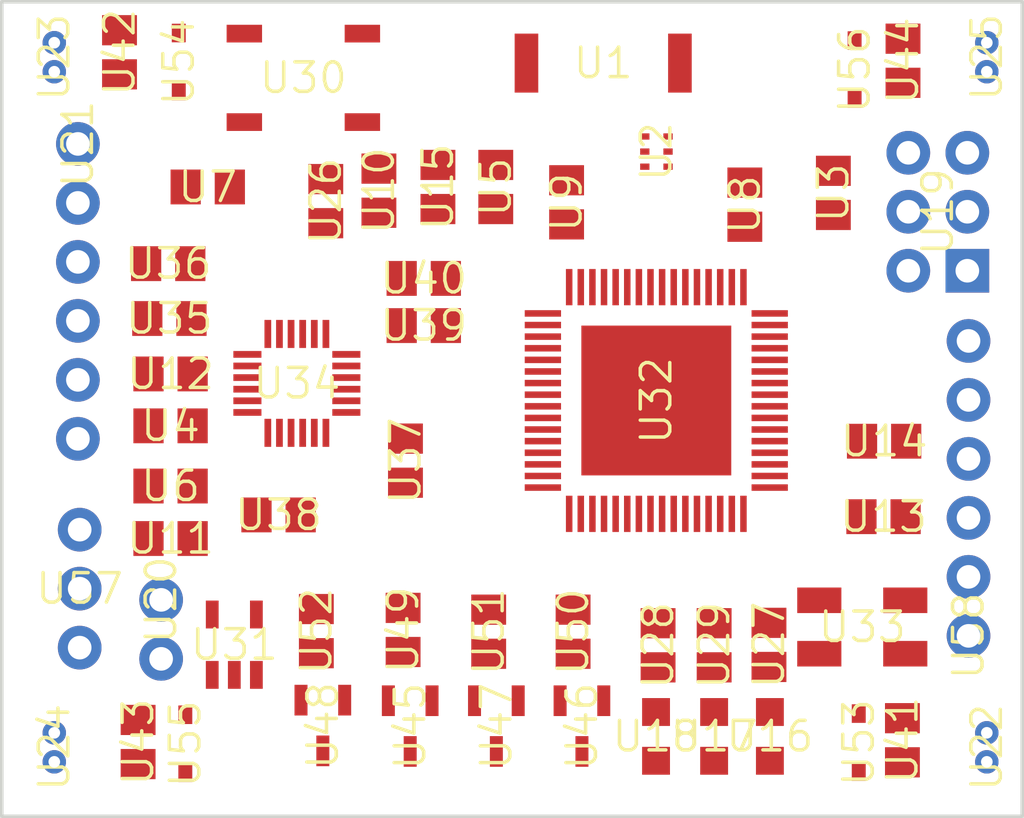
<source format=kicad_pcb>
(kicad_pcb (version 20241229) (generator "pcbnew") (generator_version "9.0")
  (layers (0 "F.Cu" signal "Top") (4 "In1.Cu" signal "Route2") (6 "In2.Cu" signal "Route3") (8 "In3.Cu" signal "Route4") (10 "In4.Cu" signal "Route5") (12 "In5.Cu" signal "Route6") (14 "In6.Cu" signal "Route7") (16 "In7.Cu" signal "Route8") (18 "In8.Cu" signal "Route9") (20 "In9.Cu" signal "Route10") (22 "In10.Cu" signal "Route11") (24 "In11.Cu" signal "Route12") (26 "In12.Cu" signal "Route13") (28 "In13.Cu" signal "Route14") (30 "In14.Cu" signal "Route15") (2 "B.Cu" signal "Bottom") (13 "F.Paste" user) (15 "B.Paste" user) (5 "F.SilkS" user "F.Silkscreen") (7 "B.SilkS" user "B.Silkscreen") (1 "F.Mask" user) (3 "B.Mask" user) (25 "Edge.Cuts" user))
  (net 0 "")
  (net 1 "GND")
  (net 2 "3.3V")
  (net 3 "Net-(U1-Pad64)")
  (net 4 "Net-(U1-Pad63)")
  (net 5 "Net-(U1-Pad62)")
  (net 6 "Net-(C1-Pad1)")
  (net 7 "Net-(C5-Pad1)")
  (net 8 "Net-(C6-Pad1)")
  (net 9 "Net-(U1-Pad53)")
  (net 10 "Net-(U1-Pad52)")
  (net 11 "Net-(U1-Pad51)")
  (net 12 "/PE4")
  (net 13 "/PE3")
  (net 14 "Net-(U1-Pad48)")
  (net 15 "/TX0")
  (net 16 "/RX0")
  (net 17 "/PB7")
  (net 18 "/PB6")
  (net 19 "/PB5")
  (net 20 "/PB4")
  (net 21 "/MISO")
  (net 22 "/MOSI")
  (net 23 "/SCK")
  (net 24 "Net-(U1-Pad36)")
  (net 25 "Net-(U1-Pad32)")
  (net 26 "Net-(U1-Pad31)")
  (net 27 "Net-(U1-Pad30)")
  (net 28 "Net-(U1-Pad29)")
  (net 29 "/TX1")
  (net 30 "/RX1")
  (net 31 "/SDA")
  (net 32 "/SCL")
  (net 33 "Net-(C2-Pad1)")
  (net 34 "Net-(U1-Pad19)")
  (net 35 "Net-(U1-Pad18)")
  (net 36 "Net-(U1-Pad17)")
  (net 37 "Net-(U1-Pad16)")
  (net 38 "Net-(U1-Pad15)")
  (net 39 "Net-(U1-Pad14)")
  (net 40 "Net-(U1-Pad13)")
  (net 41 "/RESET")
  (net 42 "Net-(C17-Pad2)")
  (net 43 "Net-(C16-Pad1)")
  (net 44 "Net-(U1-Pad6)")
  (net 45 "Net-(U1-Pad5)")
  (net 46 "Net-(U1-Pad4)")
  (net 47 "Net-(U1-Pad3)")
  (net 48 "Net-(U1-Pad2)")
  (net 49 "Net-(U1-Pad1)")
  (net 50 "Net-(B1-Pad4)")
  (net 51 "Net-(B1-Pad3)")
  (net 52 "Net-(B1-Pad2)")
  (net 53 "/RFANT")
  (net 54 "Net-(J1-Pad2)")
  (net 55 "Net-(JP9-PadCTS)")
  (net 56 "Net-(C15-Pad1)")
  (net 57 "Net-(C7-Pad2)")
  (net 58 "/VBAT")
  (net 59 "Net-(C8-Pad2)")
  (net 60 "Net-(C13-Pad2)")
  (net 61 "Net-(C14-Pad2)")
  (net 62 "Net-(JP3-Pad2)")
  (net 63 "Net-(C12-Pad1)")
  (net 64 "Net-(R10-Pad1)")
  (net 65 "Net-(R3-Pad1)")
  (net 66 "Net-(U4-Pad14)")
  (net 67 "Net-(U4-Pad13)")
  (net 68 "Net-(U4-Pad12)")
  (net 69 "Net-(U4-Pad11)")
  (net 70 "Net-(U4-Pad10)")
  (net 71 "Net-(C25-Pad1)")
  (net 72 "Net-(C25-Pad2)")
  (net 73 "Net-(C26-Pad2)")
  (net 74 "Net-(U4-Pad1)")
  (net 75 "Net-(S2-Pad1)")
  (net 76 "Net-(JP2-PadCTS)")
  (net 77 "Net-(JP2-PadDTR)")
  (net 78 "Net-(BOT1-PadA)")
  (net 79 "Net-(ARM1-PadA)")
  (net 80 "Net-(PWR1-PadA)")
  (footprint "quadcopterJorge:ANTENNA-CHIP5" (layer "F.Cu") (at 152.4254 90.1065)
    (property "Reference" "U1" (at 0 0 0) (layer "F.SilkS") (effects (font (size 1.27 1.27))))
    (property "Value" "" (at 0 0 0) (layer "F.SilkS") (effects (font (size 1.27 1.27))))
    (pad "FEED" smd rect (at -3.302 0 180) (size 1.016 2.54) (layers "F.Cu" "F.Mask" "F.Paste") (net 53 "/RFANT"))
    (pad "NC" smd rect (at 3.302 0 180) (size 1.016 2.54) (layers "F.Cu" "F.Mask" "F.Paste"))
  )
  (footprint "quadcopterJorge:BALUN-0805" (layer "F.Cu") (at 154.7114 93.9165 -90)
    (property "Reference" "U2" (at 0 0 270) (layer "F.SilkS") (effects (font (size 1.27 1.27))))
    (property "Value" "" (at 0 0 270) (layer "F.SilkS") (effects (font (size 1.27 1.27))))
    (pad "1" smd rect (at -0.65 0.495 270) (size 0.27 0.4) (layers "F.Cu" "F.Mask" "F.Paste") (net 53 "/RFANT"))
    (pad "2" smd rect (at 0 0.495 270) (size 0.27 0.4) (layers "F.Cu" "F.Mask" "F.Paste") (net 52 "Net-(B1-Pad2)"))
    (pad "3" smd rect (at 0.65 0.495 270) (size 0.27 0.4) (layers "F.Cu" "F.Mask" "F.Paste") (net 51 "Net-(B1-Pad3)"))
    (pad "4" smd rect (at 0.65 -0.505 270) (size 0.27 0.4) (layers "F.Cu" "F.Mask" "F.Paste") (net 50 "Net-(B1-Pad4)"))
    (pad "5" smd rect (at 0 -0.505 270) (size 0.27 0.4) (layers "F.Cu" "F.Mask" "F.Paste") (net 1 "GND"))
    (pad "6" smd rect (at -0.65 -0.505 270) (size 0.27 0.4) (layers "F.Cu" "F.Mask" "F.Paste"))
  )
  (footprint "quadcopterJorge:C0805" (layer "F.Cu") (at 162.3314 95.6945 90)
    (property "Reference" "U3" (at 0 0 90) (layer "F.SilkS") (effects (font (size 1.27 1.27))))
    (property "Value" "" (at 0 0 90) (layer "F.SilkS") (effects (font (size 1.27 1.27))))
    (pad "1" smd rect (at -0.95 0 90) (size 1.3 1.5) (layers "F.Cu" "F.Mask" "F.Paste") (net 6 "Net-(C1-Pad1)"))
    (pad "2" smd rect (at 0.95 0 90) (size 1.3 1.5) (layers "F.Cu" "F.Mask" "F.Paste") (net 1 "GND"))
  )
  (footprint "quadcopterJorge:C0805" (layer "F.Cu") (at 133.8072 105.7275)
    (property "Reference" "U4" (at 0 0 0) (layer "F.SilkS") (effects (font (size 1.27 1.27))))
    (property "Value" "" (at 0 0 0) (layer "F.SilkS") (effects (font (size 1.27 1.27))))
    (pad "1" smd rect (at -0.95 0) (size 1.3 1.5) (layers "F.Cu" "F.Mask" "F.Paste") (net 2 "3.3V"))
    (pad "2" smd rect (at 0.95 0) (size 1.3 1.5) (layers "F.Cu" "F.Mask" "F.Paste") (net 1 "GND"))
  )
  (footprint "quadcopterJorge:C0805" (layer "F.Cu") (at 147.8026 95.4405 -90)
    (property "Reference" "U5" (at 0 0 270) (layer "F.SilkS") (effects (font (size 1.27 1.27))))
    (property "Value" "" (at 0 0 270) (layer "F.SilkS") (effects (font (size 1.27 1.27))))
    (pad "1" smd rect (at -0.95 0 270) (size 1.3 1.5) (layers "F.Cu" "F.Mask" "F.Paste") (net 52 "Net-(B1-Pad2)"))
    (pad "2" smd rect (at 0.95 0 270) (size 1.3 1.5) (layers "F.Cu" "F.Mask" "F.Paste") (net 1 "GND"))
  )
  (footprint "quadcopterJorge:C0805" (layer "F.Cu") (at 133.8072 108.3183)
    (property "Reference" "U6" (at 0 0 0) (layer "F.SilkS") (effects (font (size 1.27 1.27))))
    (property "Value" "" (at 0 0 0) (layer "F.SilkS") (effects (font (size 1.27 1.27))))
    (pad "1" smd rect (at -0.95 0) (size 1.3 1.5) (layers "F.Cu" "F.Mask" "F.Paste") (net 63 "Net-(C12-Pad1)"))
    (pad "2" smd rect (at 0.95 0) (size 1.3 1.5) (layers "F.Cu" "F.Mask" "F.Paste") (net 1 "GND"))
  )
  (footprint "quadcopterJorge:C0805" (layer "F.Cu") (at 135.4074 95.4405)
    (property "Reference" "U7" (at 0 0 0) (layer "F.SilkS") (effects (font (size 1.27 1.27))))
    (property "Value" "" (at 0 0 0) (layer "F.SilkS") (effects (font (size 1.27 1.27))))
    (pad "1" smd rect (at -0.95 0) (size 1.3 1.5) (layers "F.Cu" "F.Mask" "F.Paste") (net 56 "Net-(C15-Pad1)"))
    (pad "2" smd rect (at 0.95 0) (size 1.3 1.5) (layers "F.Cu" "F.Mask" "F.Paste") (net 41 "/RESET"))
  )
  (footprint "quadcopterJorge:C0805" (layer "F.Cu") (at 158.5214 96.2025 90)
    (property "Reference" "U8" (at 0 0 90) (layer "F.SilkS") (effects (font (size 1.27 1.27))))
    (property "Value" "" (at 0 0 90) (layer "F.SilkS") (effects (font (size 1.27 1.27))))
    (pad "1" smd rect (at -0.95 0 90) (size 1.3 1.5) (layers "F.Cu" "F.Mask" "F.Paste") (net 43 "Net-(C16-Pad1)"))
    (pad "2" smd rect (at 0.95 0 90) (size 1.3 1.5) (layers "F.Cu" "F.Mask" "F.Paste") (net 51 "Net-(B1-Pad3)"))
  )
  (footprint "quadcopterJorge:C0805" (layer "F.Cu") (at 150.8506 96.1009 -90)
    (property "Reference" "U9" (at 0 0 270) (layer "F.SilkS") (effects (font (size 1.27 1.27))))
    (property "Value" "" (at 0 0 270) (layer "F.SilkS") (effects (font (size 1.27 1.27))))
    (pad "1" smd rect (at -0.95 0 270) (size 1.3 1.5) (layers "F.Cu" "F.Mask" "F.Paste") (net 50 "Net-(B1-Pad4)"))
    (pad "2" smd rect (at 0.95 0 270) (size 1.3 1.5) (layers "F.Cu" "F.Mask" "F.Paste") (net 42 "Net-(C17-Pad2)"))
  )
  (footprint "quadcopterJorge:C0805" (layer "F.Cu") (at 142.7734 95.6 90)
    (property "Reference" "U10" (at 0 0 90) (layer "F.SilkS") (effects (font (size 1.27 1.27))))
    (property "Value" "" (at 0 0 90) (layer "F.SilkS") (effects (font (size 1.27 1.27))))
    (pad "1" smd rect (at -0.95 0 90) (size 1.3 1.5) (layers "F.Cu" "F.Mask" "F.Paste") (net 33 "Net-(C2-Pad1)"))
    (pad "2" smd rect (at 0.95 0 90) (size 1.3 1.5) (layers "F.Cu" "F.Mask" "F.Paste") (net 1 "GND"))
  )
  (footprint "quadcopterJorge:C0805" (layer "F.Cu") (at 133.8072 110.5789)
    (property "Reference" "U11" (at 0 0 0) (layer "F.SilkS") (effects (font (size 1.27 1.27))))
    (property "Value" "" (at 0 0 0) (layer "F.SilkS") (effects (font (size 1.27 1.27))))
    (pad "1" smd rect (at -0.95 0) (size 1.3 1.5) (layers "F.Cu" "F.Mask" "F.Paste") (net 58 "/VBAT"))
    (pad "2" smd rect (at 0.95 0) (size 1.3 1.5) (layers "F.Cu" "F.Mask" "F.Paste") (net 1 "GND"))
  )
  (footprint "quadcopterJorge:C0805" (layer "F.Cu") (at 133.8072 103.4923)
    (property "Reference" "U12" (at 0 0 0) (layer "F.SilkS") (effects (font (size 1.27 1.27))))
    (property "Value" "" (at 0 0 0) (layer "F.SilkS") (effects (font (size 1.27 1.27))))
    (pad "1" smd rect (at -0.95 0) (size 1.3 1.5) (layers "F.Cu" "F.Mask" "F.Paste") (net 2 "3.3V"))
    (pad "2" smd rect (at 0.95 0) (size 1.3 1.5) (layers "F.Cu" "F.Mask" "F.Paste") (net 1 "GND"))
  )
  (footprint "quadcopterJorge:C0805" (layer "F.Cu") (at 164.4904 109.6391)
    (property "Reference" "U13" (at 0 0 0) (layer "F.SilkS") (effects (font (size 1.27 1.27))))
    (property "Value" "" (at 0 0 0) (layer "F.SilkS") (effects (font (size 1.27 1.27))))
    (pad "1" smd rect (at -0.95 0) (size 1.3 1.5) (layers "F.Cu" "F.Mask" "F.Paste") (net 7 "Net-(C5-Pad1)"))
    (pad "2" smd rect (at 0.95 0) (size 1.3 1.5) (layers "F.Cu" "F.Mask" "F.Paste") (net 1 "GND"))
  )
  (footprint "quadcopterJorge:C0805" (layer "F.Cu") (at 164.5158 106.3879)
    (property "Reference" "U14" (at 0 0 0) (layer "F.SilkS") (effects (font (size 1.27 1.27))))
    (property "Value" "" (at 0 0 0) (layer "F.SilkS") (effects (font (size 1.27 1.27))))
    (pad "1" smd rect (at -0.95 0) (size 1.3 1.5) (layers "F.Cu" "F.Mask" "F.Paste") (net 8 "Net-(C6-Pad1)"))
    (pad "2" smd rect (at 0.95 0) (size 1.3 1.5) (layers "F.Cu" "F.Mask" "F.Paste") (net 1 "GND"))
  )
  (footprint "quadcopterJorge:C0805" (layer "F.Cu") (at 145.3134 95.4405 90)
    (property "Reference" "U15" (at 0 0 90) (layer "F.SilkS") (effects (font (size 1.27 1.27))))
    (property "Value" "" (at 0 0 90) (layer "F.SilkS") (effects (font (size 1.27 1.27))))
    (pad "1" smd rect (at -0.95 0 90) (size 1.3 1.5) (layers "F.Cu" "F.Mask" "F.Paste") (net 1 "GND"))
    (pad "2" smd rect (at 0.95 0 90) (size 1.3 1.5) (layers "F.Cu" "F.Mask" "F.Paste") (net 53 "/RFANT"))
  )
  (footprint "quadcopterJorge:CHIP-LED0805" (layer "F.Cu") (at 159.6 119.1 180)
    (property "Reference" "U16" (at 0 0 180) (layer "F.SilkS") (effects (font (size 1.27 1.27))))
    (property "Value" "" (at 0 0 180) (layer "F.SilkS") (effects (font (size 1.27 1.27))))
    (pad "A" smd rect (at 0 1.05 180) (size 1.2 1.2) (layers "F.Cu" "F.Mask" "F.Paste") (net 80 "Net-(PWR1-PadA)"))
    (pad "C" smd rect (at 0 -1.05 180) (size 1.2 1.2) (layers "F.Cu" "F.Mask" "F.Paste") (net 1 "GND"))
  )
  (footprint "quadcopterJorge:CHIP-LED0805" (layer "F.Cu") (at 157.2 119.1 180)
    (property "Reference" "U17" (at 0 0 180) (layer "F.SilkS") (effects (font (size 1.27 1.27))))
    (property "Value" "" (at 0 0 180) (layer "F.SilkS") (effects (font (size 1.27 1.27))))
    (pad "A" smd rect (at 0 1.05 180) (size 1.2 1.2) (layers "F.Cu" "F.Mask" "F.Paste") (net 78 "Net-(BOT1-PadA)"))
    (pad "C" smd rect (at 0 -1.05 180) (size 1.2 1.2) (layers "F.Cu" "F.Mask" "F.Paste") (net 1 "GND"))
  )
  (footprint "quadcopterJorge:CHIP-LED0805" (layer "F.Cu") (at 154.7 119.1 180)
    (property "Reference" "U18" (at 0 0 180) (layer "F.SilkS") (effects (font (size 1.27 1.27))))
    (property "Value" "" (at 0 0 180) (layer "F.SilkS") (effects (font (size 1.27 1.27))))
    (pad "A" smd rect (at 0 1.05 180) (size 1.2 1.2) (layers "F.Cu" "F.Mask" "F.Paste") (net 79 "Net-(ARM1-PadA)"))
    (pad "C" smd rect (at 0 -1.05 180) (size 1.2 1.2) (layers "F.Cu" "F.Mask" "F.Paste") (net 1 "GND"))
  )
  (footprint "quadcopterJorge:2X3-NS" (layer "F.Cu") (at 166.8272 96.5073 90)
    (property "Reference" "U19" (at 0 0 90) (layer "F.SilkS") (effects (font (size 1.27 1.27))))
    (property "Value" "" (at 0 0 90) (layer "F.SilkS") (effects (font (size 1.27 1.27))))
    (pad "1" thru_hole rect (at -2.54 1.27 90) (size 1.8796 1.8796) (drill 1.016) (layers "*.Cu" "*.Mask") (net 21 "/MISO"))
    (pad "2" thru_hole circle (at -2.54 -1.27 90) (size 1.8796 1.8796) (drill 1.016) (layers "*.Cu" "*.Mask") (net 54 "Net-(J1-Pad2)"))
    (pad "3" thru_hole circle (at 0 1.27 90) (size 1.8796 1.8796) (drill 1.016) (layers "*.Cu" "*.Mask") (net 23 "/SCK"))
    (pad "4" thru_hole circle (at 0 -1.27 90) (size 1.8796 1.8796) (drill 1.016) (layers "*.Cu" "*.Mask") (net 22 "/MOSI"))
    (pad "5" thru_hole circle (at 2.54 1.27 90) (size 1.8796 1.8796) (drill 1.016) (layers "*.Cu" "*.Mask") (net 41 "/RESET"))
    (pad "6" thru_hole circle (at 2.54 -1.27 90) (size 1.8796 1.8796) (drill 1.016) (layers "*.Cu" "*.Mask") (net 1 "GND"))
  )
  (footprint "quadcopterJorge:1X02" (layer "F.Cu") (at 133.4008 113.2205 -90)
    (property "Reference" "U20" (at 0 0 270) (layer "F.SilkS") (effects (font (size 1.27 1.27))))
    (property "Value" "" (at 0 0 270) (layer "F.SilkS") (effects (font (size 1.27 1.27))))
    (pad "1" thru_hole circle (at 0 0) (size 1.8796 1.8796) (drill 1.016) (layers "*.Cu" "*.Mask") (net 1 "GND"))
    (pad "2" thru_hole circle (at 2.54 0) (size 1.8796 1.8796) (drill 1.016) (layers "*.Cu" "*.Mask") (net 62 "Net-(JP3-Pad2)"))
  )
  (footprint "quadcopterJorge:FTDI_BASIC" (layer "F.Cu") (at 129.8194 93.5863 -90)
    (property "Reference" "U21" (at 0 0 270) (layer "F.SilkS") (effects (font (size 1.27 1.27))))
    (property "Value" "" (at 0 0 270) (layer "F.SilkS") (effects (font (size 1.27 1.27))))
    (pad "CTS" thru_hole circle (at 10.16 0) (size 1.8796 1.8796) (drill 1.016) (layers "*.Cu" "*.Mask") (net 55 "Net-(JP9-PadCTS)"))
    (pad "DTR" thru_hole circle (at 0 0) (size 1.8796 1.8796) (drill 1.016) (layers "*.Cu" "*.Mask") (net 56 "Net-(C15-Pad1)"))
    (pad "GND" thru_hole circle (at 12.7 0) (size 1.8796 1.8796) (drill 1.016) (layers "*.Cu" "*.Mask") (net 1 "GND"))
    (pad "RXI" thru_hole circle (at 2.54 0) (size 1.8796 1.8796) (drill 1.016) (layers "*.Cu" "*.Mask") (net 15 "/TX0"))
    (pad "TXO" thru_hole circle (at 5.08 0) (size 1.8796 1.8796) (drill 1.016) (layers "*.Cu" "*.Mask") (net 16 "/RX0"))
    (pad "VCC" thru_hole circle (at 7.62 0) (size 1.8796 1.8796) (drill 1.016) (layers "*.Cu" "*.Mask") (net 2 "3.3V"))
  )
  (footprint "quadcopterJorge:653002114822" (layer "F.Cu") (at 168.9354 119.5705 -90)
    (property "Reference" "U22" (at 0 0 270) (layer "F.SilkS") (effects (font (size 1.27 1.27))))
    (property "Value" "" (at 0 0 270) (layer "F.SilkS") (effects (font (size 1.27 1.27))))
    (pad "1" thru_hole circle (at 0.625 0 270) (size 1.008 1.008) (drill 0.5) (layers "*.Cu" "*.Mask") (net 58 "/VBAT"))
    (pad "2" thru_hole circle (at -0.625 0 270) (size 1.008 1.008) (drill 0.5) (layers "*.Cu" "*.Mask") (net 57 "Net-(C7-Pad2)"))
  )
  (footprint "quadcopterJorge:653002114822" (layer "F.Cu") (at 128.8034 89.8525 -90)
    (property "Reference" "U23" (at 0 0 270) (layer "F.SilkS") (effects (font (size 1.27 1.27))))
    (property "Value" "" (at 0 0 270) (layer "F.SilkS") (effects (font (size 1.27 1.27))))
    (pad "1" thru_hole circle (at 0.625 0 270) (size 1.008 1.008) (drill 0.5) (layers "*.Cu" "*.Mask") (net 58 "/VBAT"))
    (pad "2" thru_hole circle (at -0.625 0 270) (size 1.008 1.008) (drill 0.5) (layers "*.Cu" "*.Mask") (net 59 "Net-(C8-Pad2)"))
  )
  (footprint "quadcopterJorge:653002114822" (layer "F.Cu") (at 128.8034 119.5705 90)
    (property "Reference" "U24" (at 0 0 90) (layer "F.SilkS") (effects (font (size 1.27 1.27))))
    (property "Value" "" (at 0 0 90) (layer "F.SilkS") (effects (font (size 1.27 1.27))))
    (pad "1" thru_hole circle (at 0.625 0 90) (size 1.008 1.008) (drill 0.5) (layers "*.Cu" "*.Mask") (net 58 "/VBAT"))
    (pad "2" thru_hole circle (at -0.625 0 90) (size 1.008 1.008) (drill 0.5) (layers "*.Cu" "*.Mask") (net 60 "Net-(C13-Pad2)"))
  )
  (footprint "quadcopterJorge:653002114822" (layer "F.Cu") (at 168.9354 89.8525 -90)
    (property "Reference" "U25" (at 0 0 270) (layer "F.SilkS") (effects (font (size 1.27 1.27))))
    (property "Value" "" (at 0 0 270) (layer "F.SilkS") (effects (font (size 1.27 1.27))))
    (pad "1" thru_hole circle (at 0.625 0 270) (size 1.008 1.008) (drill 0.5) (layers "*.Cu" "*.Mask") (net 58 "/VBAT"))
    (pad "2" thru_hole circle (at -0.625 0 270) (size 1.008 1.008) (drill 0.5) (layers "*.Cu" "*.Mask") (net 61 "Net-(C14-Pad2)"))
  )
  (footprint "quadcopterJorge:R0805" (layer "F.Cu") (at 140.4874 96.0501 -90)
    (property "Reference" "U26" (at 0 0 270) (layer "F.SilkS") (effects (font (size 1.27 1.27))))
    (property "Value" "" (at 0 0 270) (layer "F.SilkS") (effects (font (size 1.27 1.27))))
    (pad "1" smd rect (at -0.95 0 270) (size 1.3 1.5) (layers "F.Cu" "F.Mask" "F.Paste") (net 41 "/RESET"))
    (pad "2" smd rect (at 0.95 0 270) (size 1.3 1.5) (layers "F.Cu" "F.Mask" "F.Paste") (net 2 "3.3V"))
  )
  (footprint "quadcopterJorge:R0805" (layer "F.Cu") (at 159.56 115.16 90)
    (property "Reference" "U27" (at 0 0 90) (layer "F.SilkS") (effects (font (size 1.27 1.27))))
    (property "Value" "" (at 0 0 90) (layer "F.SilkS") (effects (font (size 1.27 1.27))))
    (pad "1" smd rect (at -0.95 0 90) (size 1.3 1.5) (layers "F.Cu" "F.Mask" "F.Paste") (net 80 "Net-(PWR1-PadA)"))
    (pad "2" smd rect (at 0.95 0 90) (size 1.3 1.5) (layers "F.Cu" "F.Mask" "F.Paste") (net 2 "3.3V"))
  )
  (footprint "quadcopterJorge:R0805" (layer "F.Cu") (at 154.7876 115.1763 90)
    (property "Reference" "U28" (at 0 0 90) (layer "F.SilkS") (effects (font (size 1.27 1.27))))
    (property "Value" "" (at 0 0 90) (layer "F.SilkS") (effects (font (size 1.27 1.27))))
    (pad "1" smd rect (at -0.95 0 90) (size 1.3 1.5) (layers "F.Cu" "F.Mask" "F.Paste") (net 79 "Net-(ARM1-PadA)"))
    (pad "2" smd rect (at 0.95 0 90) (size 1.3 1.5) (layers "F.Cu" "F.Mask" "F.Paste") (net 18 "/PB6"))
  )
  (footprint "quadcopterJorge:R0805" (layer "F.Cu") (at 157.2006 115.1763 90)
    (property "Reference" "U29" (at 0 0 90) (layer "F.SilkS") (effects (font (size 1.27 1.27))))
    (property "Value" "" (at 0 0 90) (layer "F.SilkS") (effects (font (size 1.27 1.27))))
    (pad "1" smd rect (at -0.95 0 90) (size 1.3 1.5) (layers "F.Cu" "F.Mask" "F.Paste") (net 78 "Net-(BOT1-PadA)"))
    (pad "2" smd rect (at 0.95 0 90) (size 1.3 1.5) (layers "F.Cu" "F.Mask" "F.Paste") (net 17 "/PB7"))
  )
  (footprint "quadcopterJorge:TACTILE_SWITCH_SMD" (layer "F.Cu") (at 139.5222 90.7415 180)
    (property "Reference" "U30" (at 0 0 180) (layer "F.SilkS") (effects (font (size 1.27 1.27))))
    (property "Value" "" (at 0 0 180) (layer "F.SilkS") (effects (font (size 1.27 1.27))))
    (pad "1" smd rect (at -2.54 -1.905 270) (size 0.762 1.524) (layers "F.Cu" "F.Mask" "F.Paste") (net 41 "/RESET"))
    (pad "2" smd rect (at 2.54 -1.905 270) (size 0.762 1.524) (layers "F.Cu" "F.Mask" "F.Paste"))
    (pad "3" smd rect (at -2.54 1.905 270) (size 0.762 1.524) (layers "F.Cu" "F.Mask" "F.Paste") (net 1 "GND"))
    (pad "4" smd rect (at 2.54 1.905 270) (size 0.762 1.524) (layers "F.Cu" "F.Mask" "F.Paste"))
  )
  (footprint "quadcopterJorge:SOT23-DBV" (layer "F.Cu") (at 136.5504 115.1509)
    (property "Reference" "U31" (at 0 0 0) (layer "F.SilkS") (effects (font (size 1.27 1.27))))
    (property "Value" "" (at 0 0 0) (layer "F.SilkS") (effects (font (size 1.27 1.27))))
    (pad "1" smd rect (at -0.95 1.3) (size 0.55 1.2) (layers "F.Cu" "F.Mask" "F.Paste") (net 58 "/VBAT"))
    (pad "2" smd rect (at 0 1.3) (size 0.55 1.2) (layers "F.Cu" "F.Mask" "F.Paste") (net 1 "GND"))
    (pad "3" smd rect (at 0.95 1.3) (size 0.55 1.2) (layers "F.Cu" "F.Mask" "F.Paste") (net 58 "/VBAT"))
    (pad "4" smd rect (at 0.95 -1.3) (size 0.55 1.2) (layers "F.Cu" "F.Mask" "F.Paste") (net 63 "Net-(C12-Pad1)"))
    (pad "5" smd rect (at -0.95 -1.3) (size 0.55 1.2) (layers "F.Cu" "F.Mask" "F.Paste") (net 2 "3.3V"))
  )
  (footprint "quadcopterJorge:QFN-64" (layer "F.Cu") (at 154.7114 104.6353 -90)
    (property "Reference" "U32" (at 0 0 270) (layer "F.SilkS") (effects (font (size 1.27 1.27))))
    (property "Value" "" (at 0 0 270) (layer "F.SilkS") (effects (font (size 1.27 1.27))))
    (pad "1" smd rect (at -4.881 -3.75 180) (size 0.28 1.562) (layers "F.Cu" "F.Mask" "F.Paste") (net 49 "Net-(U1-Pad1)"))
    (pad "2" smd rect (at -4.881 -3.25 180) (size 0.28 1.562) (layers "F.Cu" "F.Mask" "F.Paste") (net 48 "Net-(U1-Pad2)"))
    (pad "3" smd rect (at -4.881 -2.75 180) (size 0.28 1.562) (layers "F.Cu" "F.Mask" "F.Paste") (net 47 "Net-(U1-Pad3)"))
    (pad "4" smd rect (at -4.881 -2.25 180) (size 0.28 1.562) (layers "F.Cu" "F.Mask" "F.Paste") (net 46 "Net-(U1-Pad4)"))
    (pad "5" smd rect (at -4.881 -1.75 180) (size 0.28 1.562) (layers "F.Cu" "F.Mask" "F.Paste") (net 45 "Net-(U1-Pad5)"))
    (pad "6" smd rect (at -4.881 -1.25 180) (size 0.28 1.562) (layers "F.Cu" "F.Mask" "F.Paste") (net 44 "Net-(U1-Pad6)"))
    (pad "7" smd rect (at -4.881 -0.75 180) (size 0.28 1.562) (layers "F.Cu" "F.Mask" "F.Paste") (net 1 "GND"))
    (pad "8" smd rect (at -4.881 -0.25 180) (size 0.28 1.562) (layers "F.Cu" "F.Mask" "F.Paste") (net 43 "Net-(C16-Pad1)"))
    (pad "9" smd rect (at -4.881 0.25 180) (size 0.28 1.562) (layers "F.Cu" "F.Mask" "F.Paste") (net 42 "Net-(C17-Pad2)"))
    (pad "10" smd rect (at -4.881 0.75 180) (size 0.28 1.562) (layers "F.Cu" "F.Mask" "F.Paste") (net 1 "GND"))
    (pad "11" smd rect (at -4.881 1.25 180) (size 0.28 1.562) (layers "F.Cu" "F.Mask" "F.Paste") (net 1 "GND"))
    (pad "12" smd rect (at -4.881 1.75 180) (size 0.28 1.562) (layers "F.Cu" "F.Mask" "F.Paste") (net 41 "/RESET"))
    (pad "13" smd rect (at -4.881 2.25 180) (size 0.28 1.562) (layers "F.Cu" "F.Mask" "F.Paste") (net 40 "Net-(U1-Pad13)"))
    (pad "14" smd rect (at -4.881 2.75 180) (size 0.28 1.562) (layers "F.Cu" "F.Mask" "F.Paste") (net 39 "Net-(U1-Pad14)"))
    (pad "15" smd rect (at -4.881 3.25) (size 0.28 1.562) (layers "F.Cu" "F.Mask" "F.Paste") (net 38 "Net-(U1-Pad15)"))
    (pad "16" smd rect (at -4.881 3.75) (size 0.28 1.562) (layers "F.Cu" "F.Mask" "F.Paste") (net 37 "Net-(U1-Pad16)"))
    (pad "17" smd rect (at -3.75 4.881 90) (size 0.28 1.562) (layers "F.Cu" "F.Mask" "F.Paste") (net 36 "Net-(U1-Pad17)"))
    (pad "18" smd rect (at -3.25 4.881 90) (size 0.28 1.562) (layers "F.Cu" "F.Mask" "F.Paste") (net 35 "Net-(U1-Pad18)"))
    (pad "19" smd rect (at -2.75 4.881 90) (size 0.28 1.562) (layers "F.Cu" "F.Mask" "F.Paste") (net 34 "Net-(U1-Pad19)"))
    (pad "20" smd rect (at -2.25 4.881 90) (size 0.28 1.562) (layers "F.Cu" "F.Mask" "F.Paste") (net 1 "GND"))
    (pad "21" smd rect (at -1.75 4.881 90) (size 0.28 1.562) (layers "F.Cu" "F.Mask" "F.Paste") (net 33 "Net-(C2-Pad1)"))
    (pad "22" smd rect (at -1.25 4.881 90) (size 0.28 1.562) (layers "F.Cu" "F.Mask" "F.Paste") (net 33 "Net-(C2-Pad1)"))
    (pad "23" smd rect (at -0.75 4.881 90) (size 0.28 1.562) (layers "F.Cu" "F.Mask" "F.Paste") (net 2 "3.3V"))
    (pad "24" smd rect (at -0.25 4.881 90) (size 0.28 1.562) (layers "F.Cu" "F.Mask" "F.Paste") (net 1 "GND"))
    (pad "25" smd rect (at 0.25 4.881 90) (size 0.28 1.562) (layers "F.Cu" "F.Mask" "F.Paste") (net 32 "/SCL"))
    (pad "26" smd rect (at 0.75 4.881 90) (size 0.28 1.562) (layers "F.Cu" "F.Mask" "F.Paste") (net 31 "/SDA"))
    (pad "27" smd rect (at 1.25 4.881 90) (size 0.28 1.562) (layers "F.Cu" "F.Mask" "F.Paste") (net 30 "/RX1"))
    (pad "28" smd rect (at 1.75 4.881 90) (size 0.28 1.562) (layers "F.Cu" "F.Mask" "F.Paste") (net 29 "/TX1"))
    (pad "29" smd rect (at 2.25 4.881 270) (size 0.28 1.562) (layers "F.Cu" "F.Mask" "F.Paste") (net 28 "Net-(U1-Pad29)"))
    (pad "30" smd rect (at 2.75 4.881 270) (size 0.28 1.562) (layers "F.Cu" "F.Mask" "F.Paste") (net 27 "Net-(U1-Pad30)"))
    (pad "31" smd rect (at 3.25 4.881 270) (size 0.28 1.562) (layers "F.Cu" "F.Mask" "F.Paste") (net 26 "Net-(U1-Pad31)"))
    (pad "32" smd rect (at 3.75 4.881 270) (size 0.28 1.562) (layers "F.Cu" "F.Mask" "F.Paste") (net 25 "Net-(U1-Pad32)"))
    (pad "33" smd rect (at 4.881 3.75) (size 0.28 1.562) (layers "F.Cu" "F.Mask" "F.Paste") (net 1 "GND"))
    (pad "34" smd rect (at 4.881 3.25) (size 0.28 1.562) (layers "F.Cu" "F.Mask" "F.Paste") (net 2 "3.3V"))
    (pad "35" smd rect (at 4.881 2.75) (size 0.28 1.562) (layers "F.Cu" "F.Mask" "F.Paste") (net 1 "GND"))
    (pad "36" smd rect (at 4.881 2.25) (size 0.28 1.562) (layers "F.Cu" "F.Mask" "F.Paste") (net 24 "Net-(U1-Pad36)"))
    (pad "37" smd rect (at 4.881 1.75) (size 0.28 1.562) (layers "F.Cu" "F.Mask" "F.Paste") (net 23 "/SCK"))
    (pad "38" smd rect (at 4.881 1.25) (size 0.28 1.562) (layers "F.Cu" "F.Mask" "F.Paste") (net 22 "/MOSI"))
    (pad "39" smd rect (at 4.881 0.75) (size 0.28 1.562) (layers "F.Cu" "F.Mask" "F.Paste") (net 21 "/MISO"))
    (pad "40" smd rect (at 4.881 0.25) (size 0.28 1.562) (layers "F.Cu" "F.Mask" "F.Paste") (net 20 "/PB4"))
    (pad "41" smd rect (at 4.881 -0.25) (size 0.28 1.562) (layers "F.Cu" "F.Mask" "F.Paste") (net 19 "/PB5"))
    (pad "42" smd rect (at 4.881 -0.75) (size 0.28 1.562) (layers "F.Cu" "F.Mask" "F.Paste") (net 18 "/PB6"))
    (pad "43" smd rect (at 4.881 -1.25) (size 0.28 1.562) (layers "F.Cu" "F.Mask" "F.Paste") (net 17 "/PB7"))
    (pad "44" smd rect (at 4.881 -1.75) (size 0.28 1.562) (layers "F.Cu" "F.Mask" "F.Paste") (net 2 "3.3V"))
    (pad "45" smd rect (at 4.881 -2.25) (size 0.28 1.562) (layers "F.Cu" "F.Mask" "F.Paste") (net 1 "GND"))
    (pad "46" smd rect (at 4.881 -2.75) (size 0.28 1.562) (layers "F.Cu" "F.Mask" "F.Paste") (net 16 "/RX0"))
    (pad "47" smd rect (at 4.881 -3.25) (size 0.28 1.562) (layers "F.Cu" "F.Mask" "F.Paste") (net 15 "/TX0"))
    (pad "48" smd rect (at 4.881 -3.75) (size 0.28 1.562) (layers "F.Cu" "F.Mask" "F.Paste") (net 14 "Net-(U1-Pad48)"))
    (pad "49" smd rect (at 3.75 -4.881 270) (size 0.28 1.562) (layers "F.Cu" "F.Mask" "F.Paste") (net 13 "/PE3"))
    (pad "50" smd rect (at 3.25 -4.881 270) (size 0.28 1.562) (layers "F.Cu" "F.Mask" "F.Paste") (net 12 "/PE4"))
    (pad "51" smd rect (at 2.75 -4.881 270) (size 0.28 1.562) (layers "F.Cu" "F.Mask" "F.Paste") (net 11 "Net-(U1-Pad51)"))
    (pad "52" smd rect (at 2.25 -4.881 270) (size 0.28 1.562) (layers "F.Cu" "F.Mask" "F.Paste") (net 10 "Net-(U1-Pad52)"))
    (pad "53" smd rect (at 1.75 -4.881 270) (size 0.28 1.562) (layers "F.Cu" "F.Mask" "F.Paste") (net 9 "Net-(U1-Pad53)"))
    (pad "54" smd rect (at 1.25 -4.881 270) (size 0.28 1.562) (layers "F.Cu" "F.Mask" "F.Paste") (net 2 "3.3V"))
    (pad "55" smd rect (at 0.75 -4.881 270) (size 0.28 1.562) (layers "F.Cu" "F.Mask" "F.Paste") (net 1 "GND"))
    (pad "56" smd rect (at 0.25 -4.881 270) (size 0.28 1.562) (layers "F.Cu" "F.Mask" "F.Paste") (net 8 "Net-(C6-Pad1)"))
    (pad "57" smd rect (at -0.25 -4.881 270) (size 0.28 1.562) (layers "F.Cu" "F.Mask" "F.Paste") (net 7 "Net-(C5-Pad1)"))
    (pad "58" smd rect (at -0.75 -4.881 270) (size 0.28 1.562) (layers "F.Cu" "F.Mask" "F.Paste") (net 1 "GND"))
    (pad "59" smd rect (at -1.25 -4.881 270) (size 0.28 1.562) (layers "F.Cu" "F.Mask" "F.Paste") (net 2 "3.3V"))
    (pad "60" smd rect (at -1.75 -4.881 270) (size 0.28 1.562) (layers "F.Cu" "F.Mask" "F.Paste") (net 6 "Net-(C1-Pad1)"))
    (pad "61" smd rect (at -2.25 -4.881 270) (size 0.28 1.562) (layers "F.Cu" "F.Mask" "F.Paste") (net 1 "GND"))
    (pad "62" smd rect (at -2.75 -4.881 270) (size 0.28 1.562) (layers "F.Cu" "F.Mask" "F.Paste") (net 5 "Net-(U1-Pad62)"))
    (pad "63" smd rect (at -3.25 -4.881 270) (size 0.28 1.562) (layers "F.Cu" "F.Mask" "F.Paste") (net 4 "Net-(U1-Pad63)"))
    (pad "64" smd rect (at -3.75 -4.881 270) (size 0.28 1.562) (layers "F.Cu" "F.Mask" "F.Paste") (net 3 "Net-(U1-Pad64)"))
    (pad "65" smd rect (at 0 0) (size 6.4516 6.4516) (layers "F.Cu" "F.Mask") (net 1 "GND"))
  )
  (footprint "quadcopterJorge:CRYSTAL-SMD-5X3" (layer "F.Cu") (at 163.576 114.3889)
    (property "Reference" "U33" (at 0 0 0) (layer "F.SilkS") (effects (font (size 1.27 1.27))))
    (property "Value" "" (at 0 0 0) (layer "F.SilkS") (effects (font (size 1.27 1.27))))
    (pad "1" smd rect (at -1.85 1.15) (size 1.9 1.1) (layers "F.Cu" "F.Mask" "F.Paste") (net 8 "Net-(C6-Pad1)"))
    (pad "2" smd rect (at 1.85 1.15) (size 1.9 1.1) (layers "F.Cu" "F.Mask" "F.Paste"))
    (pad "3" smd rect (at 1.85 -1.15) (size 1.9 1.1) (layers "F.Cu" "F.Mask" "F.Paste") (net 7 "Net-(C5-Pad1)"))
    (pad "4" smd rect (at -1.85 -1.15) (size 1.9 1.1) (layers "F.Cu" "F.Mask" "F.Paste"))
  )
  (footprint "quadcopterJorge:LGA-24" (layer "F.Cu") (at 139.2428 103.8987)
    (property "Reference" "U34" (at 0 0 0) (layer "F.SilkS") (effects (font (size 1.27 1.27))))
    (property "Value" "" (at 0 0 0) (layer "F.SilkS") (effects (font (size 1.27 1.27))))
    (pad "1" smd rect (at -2.129 -1.25 90) (size 0.29 1.208) (layers "F.Cu" "F.Mask" "F.Paste") (net 74 "Net-(U4-Pad1)"))
    (pad "2" smd rect (at -2.129 -0.75 90) (size 0.29 1.208) (layers "F.Cu" "F.Mask" "F.Paste") (net 1 "GND"))
    (pad "3" smd rect (at -2.129 -0.25 90) (size 0.29 1.208) (layers "F.Cu" "F.Mask" "F.Paste") (net 1 "GND"))
    (pad "4" smd rect (at -2.129 0.25 90) (size 0.29 1.208) (layers "F.Cu" "F.Mask" "F.Paste") (net 1 "GND"))
    (pad "5" smd rect (at -2.129 0.75 90) (size 0.29 1.208) (layers "F.Cu" "F.Mask" "F.Paste") (net 1 "GND"))
    (pad "6" smd rect (at -2.129 1.25 90) (size 0.29 1.208) (layers "F.Cu" "F.Mask" "F.Paste") (net 1 "GND"))
    (pad "7" smd rect (at -1.25 2.129 180) (size 0.29 1.208) (layers "F.Cu" "F.Mask" "F.Paste") (net 73 "Net-(C26-Pad2)"))
    (pad "8" smd rect (at -0.75 2.129 180) (size 0.29 1.208) (layers "F.Cu" "F.Mask" "F.Paste") (net 72 "Net-(C25-Pad2)"))
    (pad "9" smd rect (at -0.25 2.129 180) (size 0.29 1.208) (layers "F.Cu" "F.Mask" "F.Paste") (net 71 "Net-(C25-Pad1)"))
    (pad "10" smd rect (at 0.25 2.129 180) (size 0.29 1.208) (layers "F.Cu" "F.Mask" "F.Paste") (net 70 "Net-(U4-Pad10)"))
    (pad "11" smd rect (at 0.75 2.129 180) (size 0.29 1.208) (layers "F.Cu" "F.Mask" "F.Paste") (net 69 "Net-(U4-Pad11)"))
    (pad "12" smd rect (at 1.25 2.129 180) (size 0.29 1.208) (layers "F.Cu" "F.Mask" "F.Paste") (net 68 "Net-(U4-Pad12)"))
    (pad "13" smd rect (at 2.129 1.25 270) (size 0.29 1.208) (layers "F.Cu" "F.Mask" "F.Paste") (net 67 "Net-(U4-Pad13)"))
    (pad "14" smd rect (at 2.129 0.75 270) (size 0.29 1.208) (layers "F.Cu" "F.Mask" "F.Paste") (net 66 "Net-(U4-Pad14)"))
    (pad "15" smd rect (at 2.129 0.25 270) (size 0.29 1.208) (layers "F.Cu" "F.Mask" "F.Paste") (net 2 "3.3V"))
    (pad "16" smd rect (at 2.129 -0.25 270) (size 0.29 1.208) (layers "F.Cu" "F.Mask" "F.Paste") (net 2 "3.3V"))
    (pad "17" smd rect (at 2.129 -0.75 270) (size 0.29 1.208) (layers "F.Cu" "F.Mask" "F.Paste") (net 2 "3.3V"))
    (pad "18" smd rect (at 2.129 -1.25 270) (size 0.29 1.208) (layers "F.Cu" "F.Mask" "F.Paste") (net 2 "3.3V"))
    (pad "19" smd rect (at 1.25 -2.129) (size 0.29 1.208) (layers "F.Cu" "F.Mask" "F.Paste") (net 65 "Net-(R3-Pad1)"))
    (pad "20" smd rect (at 0.75 -2.129) (size 0.29 1.208) (layers "F.Cu" "F.Mask" "F.Paste") (net 64 "Net-(R10-Pad1)"))
    (pad "21" smd rect (at 0.25 -2.129) (size 0.29 1.208) (layers "F.Cu" "F.Mask" "F.Paste") (net 32 "/SCL"))
    (pad "22" smd rect (at -0.25 -2.129) (size 0.29 1.208) (layers "F.Cu" "F.Mask" "F.Paste") (net 1 "GND"))
    (pad "23" smd rect (at -0.75 -2.129) (size 0.29 1.208) (layers "F.Cu" "F.Mask" "F.Paste") (net 1 "GND"))
    (pad "24" smd rect (at -1.25 -2.129) (size 0.29 1.208) (layers "F.Cu" "F.Mask" "F.Paste") (net 31 "/SDA"))
  )
  (footprint "quadcopterJorge:C0805" (layer "F.Cu") (at 133.7564 101.1047)
    (property "Reference" "U35" (at 0 0 0) (layer "F.SilkS") (effects (font (size 1.27 1.27))))
    (property "Value" "" (at 0 0 0) (layer "F.SilkS") (effects (font (size 1.27 1.27))))
    (pad "1" smd rect (at -0.95 0) (size 1.3 1.5) (layers "F.Cu" "F.Mask" "F.Paste") (net 2 "3.3V"))
    (pad "2" smd rect (at 0.95 0) (size 1.3 1.5) (layers "F.Cu" "F.Mask" "F.Paste") (net 1 "GND"))
  )
  (footprint "quadcopterJorge:C0805" (layer "F.Cu") (at 133.7056 98.7425)
    (property "Reference" "U36" (at 0 0 0) (layer "F.SilkS") (effects (font (size 1.27 1.27))))
    (property "Value" "" (at 0 0 0) (layer "F.SilkS") (effects (font (size 1.27 1.27))))
    (pad "1" smd rect (at -0.95 0) (size 1.3 1.5) (layers "F.Cu" "F.Mask" "F.Paste") (net 2 "3.3V"))
    (pad "2" smd rect (at 0.95 0) (size 1.3 1.5) (layers "F.Cu" "F.Mask" "F.Paste") (net 1 "GND"))
  )
  (footprint "quadcopterJorge:C0805" (layer "F.Cu") (at 143.9164 107.2261 -90)
    (property "Reference" "U37" (at 0 0 270) (layer "F.SilkS") (effects (font (size 1.27 1.27))))
    (property "Value" "" (at 0 0 270) (layer "F.SilkS") (effects (font (size 1.27 1.27))))
    (pad "1" smd rect (at -0.95 0 270) (size 1.3 1.5) (layers "F.Cu" "F.Mask" "F.Paste") (net 71 "Net-(C25-Pad1)"))
    (pad "2" smd rect (at 0.95 0 270) (size 1.3 1.5) (layers "F.Cu" "F.Mask" "F.Paste") (net 72 "Net-(C25-Pad2)"))
  )
  (footprint "quadcopterJorge:C0805" (layer "F.Cu") (at 138.4554 109.5629)
    (property "Reference" "U38" (at 0 0 0) (layer "F.SilkS") (effects (font (size 1.27 1.27))))
    (property "Value" "" (at 0 0 0) (layer "F.SilkS") (effects (font (size 1.27 1.27))))
    (pad "1" smd rect (at -0.95 0) (size 1.3 1.5) (layers "F.Cu" "F.Mask" "F.Paste") (net 1 "GND"))
    (pad "2" smd rect (at 0.95 0) (size 1.3 1.5) (layers "F.Cu" "F.Mask" "F.Paste") (net 73 "Net-(C26-Pad2)"))
  )
  (footprint "quadcopterJorge:R0805" (layer "F.Cu") (at 144.7038 101.4095)
    (property "Reference" "U39" (at 0 0 0) (layer "F.SilkS") (effects (font (size 1.27 1.27))))
    (property "Value" "" (at 0 0 0) (layer "F.SilkS") (effects (font (size 1.27 1.27))))
    (pad "1" smd rect (at -0.95 0) (size 1.3 1.5) (layers "F.Cu" "F.Mask" "F.Paste") (net 65 "Net-(R3-Pad1)"))
    (pad "2" smd rect (at 0.95 0) (size 1.3 1.5) (layers "F.Cu" "F.Mask" "F.Paste") (net 2 "3.3V"))
  )
  (footprint "quadcopterJorge:R0805" (layer "F.Cu") (at 144.7038 99.3775)
    (property "Reference" "U40" (at 0 0 0) (layer "F.SilkS") (effects (font (size 1.27 1.27))))
    (property "Value" "" (at 0 0 0) (layer "F.SilkS") (effects (font (size 1.27 1.27))))
    (pad "1" smd rect (at -0.95 0) (size 1.3 1.5) (layers "F.Cu" "F.Mask" "F.Paste") (net 64 "Net-(R10-Pad1)"))
    (pad "2" smd rect (at 0.95 0) (size 1.3 1.5) (layers "F.Cu" "F.Mask" "F.Paste") (net 2 "3.3V"))
  )
  (footprint "quadcopterJorge:C0805" (layer "F.Cu") (at 165.3032 119.2657 90)
    (property "Reference" "U41" (at 0 0 90) (layer "F.SilkS") (effects (font (size 1.27 1.27))))
    (property "Value" "" (at 0 0 90) (layer "F.SilkS") (effects (font (size 1.27 1.27))))
    (pad "1" smd rect (at -0.95 0 90) (size 1.3 1.5) (layers "F.Cu" "F.Mask" "F.Paste") (net 58 "/VBAT"))
    (pad "2" smd rect (at 0.95 0 90) (size 1.3 1.5) (layers "F.Cu" "F.Mask" "F.Paste") (net 57 "Net-(C7-Pad2)"))
  )
  (footprint "quadcopterJorge:C0805" (layer "F.Cu") (at 131.61 89.64 90)
    (property "Reference" "U42" (at 0 0 90) (layer "F.SilkS") (effects (font (size 1.27 1.27))))
    (property "Value" "" (at 0 0 90) (layer "F.SilkS") (effects (font (size 1.27 1.27))))
    (pad "1" smd rect (at -0.95 0 90) (size 1.3 1.5) (layers "F.Cu" "F.Mask" "F.Paste") (net 58 "/VBAT"))
    (pad "2" smd rect (at 0.95 0 90) (size 1.3 1.5) (layers "F.Cu" "F.Mask" "F.Paste") (net 59 "Net-(C8-Pad2)"))
  )
  (footprint "quadcopterJorge:C0805" (layer "F.Cu") (at 132.4102 119.3419 -90)
    (property "Reference" "U43" (at 0 0 270) (layer "F.SilkS") (effects (font (size 1.27 1.27))))
    (property "Value" "" (at 0 0 270) (layer "F.SilkS") (effects (font (size 1.27 1.27))))
    (pad "1" smd rect (at -0.95 0 270) (size 1.3 1.5) (layers "F.Cu" "F.Mask" "F.Paste") (net 58 "/VBAT"))
    (pad "2" smd rect (at 0.95 0 270) (size 1.3 1.5) (layers "F.Cu" "F.Mask" "F.Paste") (net 60 "Net-(C13-Pad2)"))
  )
  (footprint "quadcopterJorge:C0805" (layer "F.Cu") (at 165.3286 90.0049 90)
    (property "Reference" "U44" (at 0 0 90) (layer "F.SilkS") (effects (font (size 1.27 1.27))))
    (property "Value" "" (at 0 0 90) (layer "F.SilkS") (effects (font (size 1.27 1.27))))
    (pad "1" smd rect (at -0.95 0 90) (size 1.3 1.5) (layers "F.Cu" "F.Mask" "F.Paste") (net 58 "/VBAT"))
    (pad "2" smd rect (at 0.95 0 90) (size 1.3 1.5) (layers "F.Cu" "F.Mask" "F.Paste") (net 61 "Net-(C14-Pad2)"))
  )
  (footprint "quadcopterJorge:CONTROLLER_SOT95P237X112-3N" (layer "F.Cu") (at 144.1196 118.6561 -90)
    (property "Reference" "U45" (at 0 0 270) (layer "F.SilkS") (effects (font (size 1.27 1.27))))
    (property "Value" "" (at 0 0 270) (layer "F.SilkS") (effects (font (size 1.27 1.27))))
    (pad "1" smd rect (at -1.0922 -0.9398 270) (size 1.3208 0.5588) (layers "F.Cu" "F.Mask" "F.Paste") (net 12 "/PE4"))
    (pad "2" smd rect (at -1.0922 0.9398 270) (size 1.3208 0.5588) (layers "F.Cu" "F.Mask" "F.Paste") (net 1 "GND"))
    (pad "3" smd rect (at 1.0922 0 270) (size 1.3208 0.5588) (layers "F.Cu" "F.Mask" "F.Paste") (net 60 "Net-(C13-Pad2)"))
  )
  (footprint "quadcopterJorge:CONTROLLER_SOT95P237X112-3N" (layer "F.Cu") (at 151.511 118.6561 -90)
    (property "Reference" "U46" (at 0 0 270) (layer "F.SilkS") (effects (font (size 1.27 1.27))))
    (property "Value" "" (at 0 0 270) (layer "F.SilkS") (effects (font (size 1.27 1.27))))
    (pad "1" smd rect (at -1.0922 -0.9398 270) (size 1.3208 0.5588) (layers "F.Cu" "F.Mask" "F.Paste") (net 19 "/PB5"))
    (pad "2" smd rect (at -1.0922 0.9398 270) (size 1.3208 0.5588) (layers "F.Cu" "F.Mask" "F.Paste") (net 1 "GND"))
    (pad "3" smd rect (at 1.0922 0 270) (size 1.3208 0.5588) (layers "F.Cu" "F.Mask" "F.Paste") (net 61 "Net-(C14-Pad2)"))
  )
  (footprint "quadcopterJorge:CONTROLLER_SOT95P237X112-3N" (layer "F.Cu") (at 147.828 118.6561 -90)
    (property "Reference" "U47" (at 0 0 270) (layer "F.SilkS") (effects (font (size 1.27 1.27))))
    (property "Value" "" (at 0 0 270) (layer "F.SilkS") (effects (font (size 1.27 1.27))))
    (pad "1" smd rect (at -1.0922 -0.9398 270) (size 1.3208 0.5588) (layers "F.Cu" "F.Mask" "F.Paste") (net 20 "/PB4"))
    (pad "2" smd rect (at -1.0922 0.9398 270) (size 1.3208 0.5588) (layers "F.Cu" "F.Mask" "F.Paste") (net 1 "GND"))
    (pad "3" smd rect (at 1.0922 0 270) (size 1.3208 0.5588) (layers "F.Cu" "F.Mask" "F.Paste") (net 57 "Net-(C7-Pad2)"))
  )
  (footprint "quadcopterJorge:CONTROLLER_SOT95P237X112-3N" (layer "F.Cu") (at 140.3604 118.6307 -90)
    (property "Reference" "U48" (at 0 0 270) (layer "F.SilkS") (effects (font (size 1.27 1.27))))
    (property "Value" "" (at 0 0 270) (layer "F.SilkS") (effects (font (size 1.27 1.27))))
    (pad "1" smd rect (at -1.0922 -0.9398 270) (size 1.3208 0.5588) (layers "F.Cu" "F.Mask" "F.Paste") (net 13 "/PE3"))
    (pad "2" smd rect (at -1.0922 0.9398 270) (size 1.3208 0.5588) (layers "F.Cu" "F.Mask" "F.Paste") (net 1 "GND"))
    (pad "3" smd rect (at 1.0922 0 270) (size 1.3208 0.5588) (layers "F.Cu" "F.Mask" "F.Paste") (net 59 "Net-(C8-Pad2)"))
  )
  (footprint "quadcopterJorge:R0805" (layer "F.Cu") (at 143.8148 114.5159 -90)
    (property "Reference" "U49" (at 0 0 270) (layer "F.SilkS") (effects (font (size 1.27 1.27))))
    (property "Value" "" (at 0 0 270) (layer "F.SilkS") (effects (font (size 1.27 1.27))))
    (pad "1" smd rect (at -0.95 0 270) (size 1.3 1.5) (layers "F.Cu" "F.Mask" "F.Paste") (net 12 "/PE4"))
    (pad "2" smd rect (at 0.95 0 270) (size 1.3 1.5) (layers "F.Cu" "F.Mask" "F.Paste") (net 1 "GND"))
  )
  (footprint "quadcopterJorge:R0805" (layer "F.Cu") (at 151.13 114.5921 -90)
    (property "Reference" "U50" (at 0 0 270) (layer "F.SilkS") (effects (font (size 1.27 1.27))))
    (property "Value" "" (at 0 0 270) (layer "F.SilkS") (effects (font (size 1.27 1.27))))
    (pad "1" smd rect (at -0.95 0 270) (size 1.3 1.5) (layers "F.Cu" "F.Mask" "F.Paste") (net 19 "/PB5"))
    (pad "2" smd rect (at 0.95 0 270) (size 1.3 1.5) (layers "F.Cu" "F.Mask" "F.Paste") (net 1 "GND"))
  )
  (footprint "quadcopterJorge:R0805" (layer "F.Cu") (at 147.4978 114.5921 -90)
    (property "Reference" "U51" (at 0 0 270) (layer "F.SilkS") (effects (font (size 1.27 1.27))))
    (property "Value" "" (at 0 0 270) (layer "F.SilkS") (effects (font (size 1.27 1.27))))
    (pad "1" smd rect (at -0.95 0 270) (size 1.3 1.5) (layers "F.Cu" "F.Mask" "F.Paste") (net 20 "/PB4"))
    (pad "2" smd rect (at 0.95 0 270) (size 1.3 1.5) (layers "F.Cu" "F.Mask" "F.Paste") (net 1 "GND"))
  )
  (footprint "quadcopterJorge:R0805" (layer "F.Cu") (at 140.081 114.5667 -90)
    (property "Reference" "U52" (at 0 0 270) (layer "F.SilkS") (effects (font (size 1.27 1.27))))
    (property "Value" "" (at 0 0 270) (layer "F.SilkS") (effects (font (size 1.27 1.27))))
    (pad "1" smd rect (at -0.95 0 270) (size 1.3 1.5) (layers "F.Cu" "F.Mask" "F.Paste") (net 13 "/PE3"))
    (pad "2" smd rect (at 0.95 0 270) (size 1.3 1.5) (layers "F.Cu" "F.Mask" "F.Paste") (net 1 "GND"))
  )
  (footprint "quadcopterJorge:SOD323_ST" (layer "F.Cu") (at 163.4236 119.3673 90)
    (property "Reference" "U53" (at 0 0 90) (layer "F.SilkS") (effects (font (size 1.27 1.27))))
    (property "Value" "" (at 0 0 90) (layer "F.SilkS") (effects (font (size 1.27 1.27))))
    (pad "A" smd rect (at 1.25 0 90) (size 0.8 0.6) (layers "F.Cu" "F.Mask" "F.Paste") (net 57 "Net-(C7-Pad2)"))
    (pad "C" smd rect (at -1.25 0 90) (size 0.8 0.6) (layers "F.Cu" "F.Mask" "F.Paste") (net 58 "/VBAT"))
  )
  (footprint "quadcopterJorge:SOD323_ST" (layer "F.Cu") (at 134.16 90.06 90)
    (property "Reference" "U54" (at 0 0 90) (layer "F.SilkS") (effects (font (size 1.27 1.27))))
    (property "Value" "" (at 0 0 90) (layer "F.SilkS") (effects (font (size 1.27 1.27))))
    (pad "A" smd rect (at 1.25 0 90) (size 0.8 0.6) (layers "F.Cu" "F.Mask" "F.Paste") (net 59 "Net-(C8-Pad2)"))
    (pad "C" smd rect (at -1.25 0 90) (size 0.8 0.6) (layers "F.Cu" "F.Mask" "F.Paste") (net 58 "/VBAT"))
  )
  (footprint "quadcopterJorge:SOD323_ST" (layer "F.Cu") (at 134.4422 119.4181 -90)
    (property "Reference" "U55" (at 0 0 270) (layer "F.SilkS") (effects (font (size 1.27 1.27))))
    (property "Value" "" (at 0 0 270) (layer "F.SilkS") (effects (font (size 1.27 1.27))))
    (pad "A" smd rect (at 1.25 0 270) (size 0.8 0.6) (layers "F.Cu" "F.Mask" "F.Paste") (net 60 "Net-(C13-Pad2)"))
    (pad "C" smd rect (at -1.25 0 270) (size 0.8 0.6) (layers "F.Cu" "F.Mask" "F.Paste") (net 58 "/VBAT"))
  )
  (footprint "quadcopterJorge:SOD323_ST" (layer "F.Cu") (at 163.2458 90.3859 90)
    (property "Reference" "U56" (at 0 0 90) (layer "F.SilkS") (effects (font (size 1.27 1.27))))
    (property "Value" "" (at 0 0 90) (layer "F.SilkS") (effects (font (size 1.27 1.27))))
    (pad "A" smd rect (at 1.25 0 90) (size 0.8 0.6) (layers "F.Cu" "F.Mask" "F.Paste") (net 61 "Net-(C14-Pad2)"))
    (pad "C" smd rect (at -1.25 0 90) (size 0.8 0.6) (layers "F.Cu" "F.Mask" "F.Paste") (net 58 "/VBAT"))
  )
  (footprint "quadcopterJorge:SWITCH-SPDT" (layer "F.Cu") (at 129.8956 112.7379 180)
    (property "Reference" "U57" (at 0 0 180) (layer "F.SilkS") (effects (font (size 1.27 1.27))))
    (property "Value" "" (at 0 0 180) (layer "F.SilkS") (effects (font (size 1.27 1.27))))
    (pad "1" thru_hole circle (at 0 -2.54 180) (size 1.8796 1.8796) (drill 1.016) (layers "*.Cu" "*.Mask") (net 75 "Net-(S2-Pad1)"))
    (pad "2" thru_hole circle (at 0 0 180) (size 1.8796 1.8796) (drill 1.016) (layers "*.Cu" "*.Mask") (net 62 "Net-(JP3-Pad2)"))
    (pad "3" thru_hole circle (at 0 2.54 180) (size 1.8796 1.8796) (drill 1.016) (layers "*.Cu" "*.Mask") (net 58 "/VBAT"))
  )
  (footprint "quadcopterJorge:FTDI_BASIC" (layer "F.Cu") (at 168.148 114.7699 90)
    (property "Reference" "U58" (at 0 0 90) (layer "F.SilkS") (effects (font (size 1.27 1.27))))
    (property "Value" "" (at 0 0 90) (layer "F.SilkS") (effects (font (size 1.27 1.27))))
    (pad "CTS" thru_hole circle (at 10.16 0 180) (size 1.8796 1.8796) (drill 1.016) (layers "*.Cu" "*.Mask") (net 76 "Net-(JP2-PadCTS)"))
    (pad "DTR" thru_hole circle (at 0 0 180) (size 1.8796 1.8796) (drill 1.016) (layers "*.Cu" "*.Mask") (net 77 "Net-(JP2-PadDTR)"))
    (pad "GND" thru_hole circle (at 12.7 0 180) (size 1.8796 1.8796) (drill 1.016) (layers "*.Cu" "*.Mask") (net 1 "GND"))
    (pad "RXI" thru_hole circle (at 2.54 0 180) (size 1.8796 1.8796) (drill 1.016) (layers "*.Cu" "*.Mask") (net 29 "/TX1"))
    (pad "TXO" thru_hole circle (at 5.08 0 180) (size 1.8796 1.8796) (drill 1.016) (layers "*.Cu" "*.Mask") (net 30 "/RX1"))
    (pad "VCC" thru_hole circle (at 7.62 0 180) (size 1.8796 1.8796) (drill 1.016) (layers "*.Cu" "*.Mask") (net 2 "3.3V"))
  )
  (gr_line (start 126.5428 122.5423) (end 126.5428 87.4649) (stroke (width 0.1524)) (layer "Edge.Cuts"))
  (gr_line (start 126.5428 87.4649) (end 170.4594 87.4649) (stroke (width 0.1524)) (layer "Edge.Cuts"))
  (gr_line (start 170.4594 122.5423) (end 126.5428 122.5423) (stroke (width 0.1524)) (layer "Edge.Cuts"))
  (gr_line (start 170.4594 87.4649) (end 170.4594 122.5423) (stroke (width 0.1524)) (layer "Edge.Cuts"))
)
</source>
